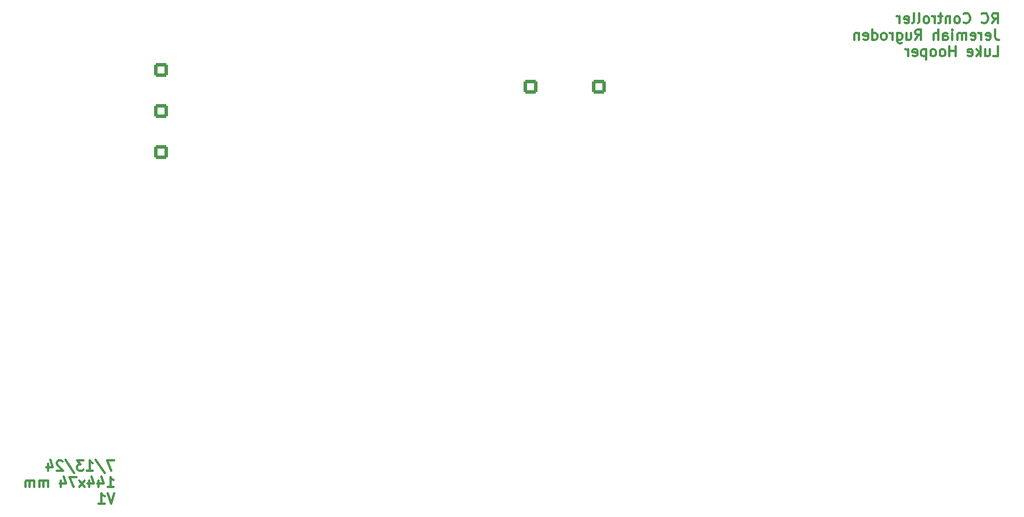
<source format=gbo>
%TF.GenerationSoftware,KiCad,Pcbnew,8.0.3*%
%TF.CreationDate,2024-07-14T00:03:07-05:00*%
%TF.ProjectId,Controller,436f6e74-726f-46c6-9c65-722e6b696361,rev?*%
%TF.SameCoordinates,Original*%
%TF.FileFunction,Legend,Bot*%
%TF.FilePolarity,Positive*%
%FSLAX46Y46*%
G04 Gerber Fmt 4.6, Leading zero omitted, Abs format (unit mm)*
G04 Created by KiCad (PCBNEW 8.0.3) date 2024-07-14 00:03:07*
%MOMM*%
%LPD*%
G01*
G04 APERTURE LIST*
G04 Aperture macros list*
%AMRoundRect*
0 Rectangle with rounded corners*
0 $1 Rounding radius*
0 $2 $3 $4 $5 $6 $7 $8 $9 X,Y pos of 4 corners*
0 Add a 4 corners polygon primitive as box body*
4,1,4,$2,$3,$4,$5,$6,$7,$8,$9,$2,$3,0*
0 Add four circle primitives for the rounded corners*
1,1,$1+$1,$2,$3*
1,1,$1+$1,$4,$5*
1,1,$1+$1,$6,$7*
1,1,$1+$1,$8,$9*
0 Add four rect primitives between the rounded corners*
20,1,$1+$1,$2,$3,$4,$5,0*
20,1,$1+$1,$4,$5,$6,$7,0*
20,1,$1+$1,$6,$7,$8,$9,0*
20,1,$1+$1,$8,$9,$2,$3,0*%
G04 Aperture macros list end*
%ADD10C,0.300000*%
%ADD11C,2.000000*%
%ADD12C,1.600000*%
%ADD13O,1.600000X1.600000*%
%ADD14RoundRect,0.250001X-0.799999X-0.799999X0.799999X-0.799999X0.799999X0.799999X-0.799999X0.799999X0*%
%ADD15R,1.700000X1.700000*%
%ADD16C,1.700000*%
%ADD17R,1.600000X1.600000*%
%ADD18C,4.300000*%
%ADD19R,1.800000X1.800000*%
%ADD20O,1.800000X1.800000*%
%ADD21RoundRect,0.250001X-0.799999X0.799999X-0.799999X-0.799999X0.799999X-0.799999X0.799999X0.799999X0*%
%ADD22O,1.100000X1.700000*%
G04 APERTURE END LIST*
D10*
X56588346Y-104680828D02*
X55588346Y-104680828D01*
X55588346Y-104680828D02*
X56231203Y-106180828D01*
X53945489Y-104609400D02*
X55231203Y-106537971D01*
X52659774Y-106180828D02*
X53516917Y-106180828D01*
X53088346Y-106180828D02*
X53088346Y-104680828D01*
X53088346Y-104680828D02*
X53231203Y-104895114D01*
X53231203Y-104895114D02*
X53374060Y-105037971D01*
X53374060Y-105037971D02*
X53516917Y-105109400D01*
X52159775Y-104680828D02*
X51231203Y-104680828D01*
X51231203Y-104680828D02*
X51731203Y-105252257D01*
X51731203Y-105252257D02*
X51516918Y-105252257D01*
X51516918Y-105252257D02*
X51374061Y-105323685D01*
X51374061Y-105323685D02*
X51302632Y-105395114D01*
X51302632Y-105395114D02*
X51231203Y-105537971D01*
X51231203Y-105537971D02*
X51231203Y-105895114D01*
X51231203Y-105895114D02*
X51302632Y-106037971D01*
X51302632Y-106037971D02*
X51374061Y-106109400D01*
X51374061Y-106109400D02*
X51516918Y-106180828D01*
X51516918Y-106180828D02*
X51945489Y-106180828D01*
X51945489Y-106180828D02*
X52088346Y-106109400D01*
X52088346Y-106109400D02*
X52159775Y-106037971D01*
X49516918Y-104609400D02*
X50802632Y-106537971D01*
X49088346Y-104823685D02*
X49016918Y-104752257D01*
X49016918Y-104752257D02*
X48874061Y-104680828D01*
X48874061Y-104680828D02*
X48516918Y-104680828D01*
X48516918Y-104680828D02*
X48374061Y-104752257D01*
X48374061Y-104752257D02*
X48302632Y-104823685D01*
X48302632Y-104823685D02*
X48231203Y-104966542D01*
X48231203Y-104966542D02*
X48231203Y-105109400D01*
X48231203Y-105109400D02*
X48302632Y-105323685D01*
X48302632Y-105323685D02*
X49159775Y-106180828D01*
X49159775Y-106180828D02*
X48231203Y-106180828D01*
X46945490Y-105180828D02*
X46945490Y-106180828D01*
X47302632Y-104609400D02*
X47659775Y-105680828D01*
X47659775Y-105680828D02*
X46731204Y-105680828D01*
X55659774Y-108595744D02*
X56516917Y-108595744D01*
X56088346Y-108595744D02*
X56088346Y-107095744D01*
X56088346Y-107095744D02*
X56231203Y-107310030D01*
X56231203Y-107310030D02*
X56374060Y-107452887D01*
X56374060Y-107452887D02*
X56516917Y-107524316D01*
X54374061Y-107595744D02*
X54374061Y-108595744D01*
X54731203Y-107024316D02*
X55088346Y-108095744D01*
X55088346Y-108095744D02*
X54159775Y-108095744D01*
X52945490Y-107595744D02*
X52945490Y-108595744D01*
X53302632Y-107024316D02*
X53659775Y-108095744D01*
X53659775Y-108095744D02*
X52731204Y-108095744D01*
X52302633Y-108595744D02*
X51516919Y-107595744D01*
X52302633Y-107595744D02*
X51516919Y-108595744D01*
X51088347Y-107095744D02*
X50088347Y-107095744D01*
X50088347Y-107095744D02*
X50731204Y-108595744D01*
X48874062Y-107595744D02*
X48874062Y-108595744D01*
X49231204Y-107024316D02*
X49588347Y-108095744D01*
X49588347Y-108095744D02*
X48659776Y-108095744D01*
X46945491Y-108595744D02*
X46945491Y-107595744D01*
X46945491Y-107738601D02*
X46874062Y-107667173D01*
X46874062Y-107667173D02*
X46731205Y-107595744D01*
X46731205Y-107595744D02*
X46516919Y-107595744D01*
X46516919Y-107595744D02*
X46374062Y-107667173D01*
X46374062Y-107667173D02*
X46302634Y-107810030D01*
X46302634Y-107810030D02*
X46302634Y-108595744D01*
X46302634Y-107810030D02*
X46231205Y-107667173D01*
X46231205Y-107667173D02*
X46088348Y-107595744D01*
X46088348Y-107595744D02*
X45874062Y-107595744D01*
X45874062Y-107595744D02*
X45731205Y-107667173D01*
X45731205Y-107667173D02*
X45659776Y-107810030D01*
X45659776Y-107810030D02*
X45659776Y-108595744D01*
X44945491Y-108595744D02*
X44945491Y-107595744D01*
X44945491Y-107738601D02*
X44874062Y-107667173D01*
X44874062Y-107667173D02*
X44731205Y-107595744D01*
X44731205Y-107595744D02*
X44516919Y-107595744D01*
X44516919Y-107595744D02*
X44374062Y-107667173D01*
X44374062Y-107667173D02*
X44302634Y-107810030D01*
X44302634Y-107810030D02*
X44302634Y-108595744D01*
X44302634Y-107810030D02*
X44231205Y-107667173D01*
X44231205Y-107667173D02*
X44088348Y-107595744D01*
X44088348Y-107595744D02*
X43874062Y-107595744D01*
X43874062Y-107595744D02*
X43731205Y-107667173D01*
X43731205Y-107667173D02*
X43659776Y-107810030D01*
X43659776Y-107810030D02*
X43659776Y-108595744D01*
X56659774Y-109510660D02*
X56159774Y-111010660D01*
X56159774Y-111010660D02*
X55659774Y-109510660D01*
X54374060Y-111010660D02*
X55231203Y-111010660D01*
X54802632Y-111010660D02*
X54802632Y-109510660D01*
X54802632Y-109510660D02*
X54945489Y-109724946D01*
X54945489Y-109724946D02*
X55088346Y-109867803D01*
X55088346Y-109867803D02*
X55231203Y-109939232D01*
X184963346Y-40680828D02*
X185463346Y-39966542D01*
X185820489Y-40680828D02*
X185820489Y-39180828D01*
X185820489Y-39180828D02*
X185249060Y-39180828D01*
X185249060Y-39180828D02*
X185106203Y-39252257D01*
X185106203Y-39252257D02*
X185034774Y-39323685D01*
X185034774Y-39323685D02*
X184963346Y-39466542D01*
X184963346Y-39466542D02*
X184963346Y-39680828D01*
X184963346Y-39680828D02*
X185034774Y-39823685D01*
X185034774Y-39823685D02*
X185106203Y-39895114D01*
X185106203Y-39895114D02*
X185249060Y-39966542D01*
X185249060Y-39966542D02*
X185820489Y-39966542D01*
X183463346Y-40537971D02*
X183534774Y-40609400D01*
X183534774Y-40609400D02*
X183749060Y-40680828D01*
X183749060Y-40680828D02*
X183891917Y-40680828D01*
X183891917Y-40680828D02*
X184106203Y-40609400D01*
X184106203Y-40609400D02*
X184249060Y-40466542D01*
X184249060Y-40466542D02*
X184320489Y-40323685D01*
X184320489Y-40323685D02*
X184391917Y-40037971D01*
X184391917Y-40037971D02*
X184391917Y-39823685D01*
X184391917Y-39823685D02*
X184320489Y-39537971D01*
X184320489Y-39537971D02*
X184249060Y-39395114D01*
X184249060Y-39395114D02*
X184106203Y-39252257D01*
X184106203Y-39252257D02*
X183891917Y-39180828D01*
X183891917Y-39180828D02*
X183749060Y-39180828D01*
X183749060Y-39180828D02*
X183534774Y-39252257D01*
X183534774Y-39252257D02*
X183463346Y-39323685D01*
X180820489Y-40537971D02*
X180891917Y-40609400D01*
X180891917Y-40609400D02*
X181106203Y-40680828D01*
X181106203Y-40680828D02*
X181249060Y-40680828D01*
X181249060Y-40680828D02*
X181463346Y-40609400D01*
X181463346Y-40609400D02*
X181606203Y-40466542D01*
X181606203Y-40466542D02*
X181677632Y-40323685D01*
X181677632Y-40323685D02*
X181749060Y-40037971D01*
X181749060Y-40037971D02*
X181749060Y-39823685D01*
X181749060Y-39823685D02*
X181677632Y-39537971D01*
X181677632Y-39537971D02*
X181606203Y-39395114D01*
X181606203Y-39395114D02*
X181463346Y-39252257D01*
X181463346Y-39252257D02*
X181249060Y-39180828D01*
X181249060Y-39180828D02*
X181106203Y-39180828D01*
X181106203Y-39180828D02*
X180891917Y-39252257D01*
X180891917Y-39252257D02*
X180820489Y-39323685D01*
X179963346Y-40680828D02*
X180106203Y-40609400D01*
X180106203Y-40609400D02*
X180177632Y-40537971D01*
X180177632Y-40537971D02*
X180249060Y-40395114D01*
X180249060Y-40395114D02*
X180249060Y-39966542D01*
X180249060Y-39966542D02*
X180177632Y-39823685D01*
X180177632Y-39823685D02*
X180106203Y-39752257D01*
X180106203Y-39752257D02*
X179963346Y-39680828D01*
X179963346Y-39680828D02*
X179749060Y-39680828D01*
X179749060Y-39680828D02*
X179606203Y-39752257D01*
X179606203Y-39752257D02*
X179534775Y-39823685D01*
X179534775Y-39823685D02*
X179463346Y-39966542D01*
X179463346Y-39966542D02*
X179463346Y-40395114D01*
X179463346Y-40395114D02*
X179534775Y-40537971D01*
X179534775Y-40537971D02*
X179606203Y-40609400D01*
X179606203Y-40609400D02*
X179749060Y-40680828D01*
X179749060Y-40680828D02*
X179963346Y-40680828D01*
X178820489Y-39680828D02*
X178820489Y-40680828D01*
X178820489Y-39823685D02*
X178749060Y-39752257D01*
X178749060Y-39752257D02*
X178606203Y-39680828D01*
X178606203Y-39680828D02*
X178391917Y-39680828D01*
X178391917Y-39680828D02*
X178249060Y-39752257D01*
X178249060Y-39752257D02*
X178177632Y-39895114D01*
X178177632Y-39895114D02*
X178177632Y-40680828D01*
X177677631Y-39680828D02*
X177106203Y-39680828D01*
X177463346Y-39180828D02*
X177463346Y-40466542D01*
X177463346Y-40466542D02*
X177391917Y-40609400D01*
X177391917Y-40609400D02*
X177249060Y-40680828D01*
X177249060Y-40680828D02*
X177106203Y-40680828D01*
X176606203Y-40680828D02*
X176606203Y-39680828D01*
X176606203Y-39966542D02*
X176534774Y-39823685D01*
X176534774Y-39823685D02*
X176463346Y-39752257D01*
X176463346Y-39752257D02*
X176320488Y-39680828D01*
X176320488Y-39680828D02*
X176177631Y-39680828D01*
X175463346Y-40680828D02*
X175606203Y-40609400D01*
X175606203Y-40609400D02*
X175677632Y-40537971D01*
X175677632Y-40537971D02*
X175749060Y-40395114D01*
X175749060Y-40395114D02*
X175749060Y-39966542D01*
X175749060Y-39966542D02*
X175677632Y-39823685D01*
X175677632Y-39823685D02*
X175606203Y-39752257D01*
X175606203Y-39752257D02*
X175463346Y-39680828D01*
X175463346Y-39680828D02*
X175249060Y-39680828D01*
X175249060Y-39680828D02*
X175106203Y-39752257D01*
X175106203Y-39752257D02*
X175034775Y-39823685D01*
X175034775Y-39823685D02*
X174963346Y-39966542D01*
X174963346Y-39966542D02*
X174963346Y-40395114D01*
X174963346Y-40395114D02*
X175034775Y-40537971D01*
X175034775Y-40537971D02*
X175106203Y-40609400D01*
X175106203Y-40609400D02*
X175249060Y-40680828D01*
X175249060Y-40680828D02*
X175463346Y-40680828D01*
X174106203Y-40680828D02*
X174249060Y-40609400D01*
X174249060Y-40609400D02*
X174320489Y-40466542D01*
X174320489Y-40466542D02*
X174320489Y-39180828D01*
X173320489Y-40680828D02*
X173463346Y-40609400D01*
X173463346Y-40609400D02*
X173534775Y-40466542D01*
X173534775Y-40466542D02*
X173534775Y-39180828D01*
X172177632Y-40609400D02*
X172320489Y-40680828D01*
X172320489Y-40680828D02*
X172606204Y-40680828D01*
X172606204Y-40680828D02*
X172749061Y-40609400D01*
X172749061Y-40609400D02*
X172820489Y-40466542D01*
X172820489Y-40466542D02*
X172820489Y-39895114D01*
X172820489Y-39895114D02*
X172749061Y-39752257D01*
X172749061Y-39752257D02*
X172606204Y-39680828D01*
X172606204Y-39680828D02*
X172320489Y-39680828D01*
X172320489Y-39680828D02*
X172177632Y-39752257D01*
X172177632Y-39752257D02*
X172106204Y-39895114D01*
X172106204Y-39895114D02*
X172106204Y-40037971D01*
X172106204Y-40037971D02*
X172820489Y-40180828D01*
X171463347Y-40680828D02*
X171463347Y-39680828D01*
X171463347Y-39966542D02*
X171391918Y-39823685D01*
X171391918Y-39823685D02*
X171320490Y-39752257D01*
X171320490Y-39752257D02*
X171177632Y-39680828D01*
X171177632Y-39680828D02*
X171034775Y-39680828D01*
X185391917Y-41595744D02*
X185391917Y-42667173D01*
X185391917Y-42667173D02*
X185463346Y-42881458D01*
X185463346Y-42881458D02*
X185606203Y-43024316D01*
X185606203Y-43024316D02*
X185820489Y-43095744D01*
X185820489Y-43095744D02*
X185963346Y-43095744D01*
X184106203Y-43024316D02*
X184249060Y-43095744D01*
X184249060Y-43095744D02*
X184534775Y-43095744D01*
X184534775Y-43095744D02*
X184677632Y-43024316D01*
X184677632Y-43024316D02*
X184749060Y-42881458D01*
X184749060Y-42881458D02*
X184749060Y-42310030D01*
X184749060Y-42310030D02*
X184677632Y-42167173D01*
X184677632Y-42167173D02*
X184534775Y-42095744D01*
X184534775Y-42095744D02*
X184249060Y-42095744D01*
X184249060Y-42095744D02*
X184106203Y-42167173D01*
X184106203Y-42167173D02*
X184034775Y-42310030D01*
X184034775Y-42310030D02*
X184034775Y-42452887D01*
X184034775Y-42452887D02*
X184749060Y-42595744D01*
X183391918Y-43095744D02*
X183391918Y-42095744D01*
X183391918Y-42381458D02*
X183320489Y-42238601D01*
X183320489Y-42238601D02*
X183249061Y-42167173D01*
X183249061Y-42167173D02*
X183106203Y-42095744D01*
X183106203Y-42095744D02*
X182963346Y-42095744D01*
X181891918Y-43024316D02*
X182034775Y-43095744D01*
X182034775Y-43095744D02*
X182320490Y-43095744D01*
X182320490Y-43095744D02*
X182463347Y-43024316D01*
X182463347Y-43024316D02*
X182534775Y-42881458D01*
X182534775Y-42881458D02*
X182534775Y-42310030D01*
X182534775Y-42310030D02*
X182463347Y-42167173D01*
X182463347Y-42167173D02*
X182320490Y-42095744D01*
X182320490Y-42095744D02*
X182034775Y-42095744D01*
X182034775Y-42095744D02*
X181891918Y-42167173D01*
X181891918Y-42167173D02*
X181820490Y-42310030D01*
X181820490Y-42310030D02*
X181820490Y-42452887D01*
X181820490Y-42452887D02*
X182534775Y-42595744D01*
X181177633Y-43095744D02*
X181177633Y-42095744D01*
X181177633Y-42238601D02*
X181106204Y-42167173D01*
X181106204Y-42167173D02*
X180963347Y-42095744D01*
X180963347Y-42095744D02*
X180749061Y-42095744D01*
X180749061Y-42095744D02*
X180606204Y-42167173D01*
X180606204Y-42167173D02*
X180534776Y-42310030D01*
X180534776Y-42310030D02*
X180534776Y-43095744D01*
X180534776Y-42310030D02*
X180463347Y-42167173D01*
X180463347Y-42167173D02*
X180320490Y-42095744D01*
X180320490Y-42095744D02*
X180106204Y-42095744D01*
X180106204Y-42095744D02*
X179963347Y-42167173D01*
X179963347Y-42167173D02*
X179891918Y-42310030D01*
X179891918Y-42310030D02*
X179891918Y-43095744D01*
X179177633Y-43095744D02*
X179177633Y-42095744D01*
X179177633Y-41595744D02*
X179249061Y-41667173D01*
X179249061Y-41667173D02*
X179177633Y-41738601D01*
X179177633Y-41738601D02*
X179106204Y-41667173D01*
X179106204Y-41667173D02*
X179177633Y-41595744D01*
X179177633Y-41595744D02*
X179177633Y-41738601D01*
X177820490Y-43095744D02*
X177820490Y-42310030D01*
X177820490Y-42310030D02*
X177891918Y-42167173D01*
X177891918Y-42167173D02*
X178034775Y-42095744D01*
X178034775Y-42095744D02*
X178320490Y-42095744D01*
X178320490Y-42095744D02*
X178463347Y-42167173D01*
X177820490Y-43024316D02*
X177963347Y-43095744D01*
X177963347Y-43095744D02*
X178320490Y-43095744D01*
X178320490Y-43095744D02*
X178463347Y-43024316D01*
X178463347Y-43024316D02*
X178534775Y-42881458D01*
X178534775Y-42881458D02*
X178534775Y-42738601D01*
X178534775Y-42738601D02*
X178463347Y-42595744D01*
X178463347Y-42595744D02*
X178320490Y-42524316D01*
X178320490Y-42524316D02*
X177963347Y-42524316D01*
X177963347Y-42524316D02*
X177820490Y-42452887D01*
X177106204Y-43095744D02*
X177106204Y-41595744D01*
X176463347Y-43095744D02*
X176463347Y-42310030D01*
X176463347Y-42310030D02*
X176534775Y-42167173D01*
X176534775Y-42167173D02*
X176677632Y-42095744D01*
X176677632Y-42095744D02*
X176891918Y-42095744D01*
X176891918Y-42095744D02*
X177034775Y-42167173D01*
X177034775Y-42167173D02*
X177106204Y-42238601D01*
X173749061Y-43095744D02*
X174249061Y-42381458D01*
X174606204Y-43095744D02*
X174606204Y-41595744D01*
X174606204Y-41595744D02*
X174034775Y-41595744D01*
X174034775Y-41595744D02*
X173891918Y-41667173D01*
X173891918Y-41667173D02*
X173820489Y-41738601D01*
X173820489Y-41738601D02*
X173749061Y-41881458D01*
X173749061Y-41881458D02*
X173749061Y-42095744D01*
X173749061Y-42095744D02*
X173820489Y-42238601D01*
X173820489Y-42238601D02*
X173891918Y-42310030D01*
X173891918Y-42310030D02*
X174034775Y-42381458D01*
X174034775Y-42381458D02*
X174606204Y-42381458D01*
X172463347Y-42095744D02*
X172463347Y-43095744D01*
X173106204Y-42095744D02*
X173106204Y-42881458D01*
X173106204Y-42881458D02*
X173034775Y-43024316D01*
X173034775Y-43024316D02*
X172891918Y-43095744D01*
X172891918Y-43095744D02*
X172677632Y-43095744D01*
X172677632Y-43095744D02*
X172534775Y-43024316D01*
X172534775Y-43024316D02*
X172463347Y-42952887D01*
X171106204Y-42095744D02*
X171106204Y-43310030D01*
X171106204Y-43310030D02*
X171177632Y-43452887D01*
X171177632Y-43452887D02*
X171249061Y-43524316D01*
X171249061Y-43524316D02*
X171391918Y-43595744D01*
X171391918Y-43595744D02*
X171606204Y-43595744D01*
X171606204Y-43595744D02*
X171749061Y-43524316D01*
X171106204Y-43024316D02*
X171249061Y-43095744D01*
X171249061Y-43095744D02*
X171534775Y-43095744D01*
X171534775Y-43095744D02*
X171677632Y-43024316D01*
X171677632Y-43024316D02*
X171749061Y-42952887D01*
X171749061Y-42952887D02*
X171820489Y-42810030D01*
X171820489Y-42810030D02*
X171820489Y-42381458D01*
X171820489Y-42381458D02*
X171749061Y-42238601D01*
X171749061Y-42238601D02*
X171677632Y-42167173D01*
X171677632Y-42167173D02*
X171534775Y-42095744D01*
X171534775Y-42095744D02*
X171249061Y-42095744D01*
X171249061Y-42095744D02*
X171106204Y-42167173D01*
X170391918Y-43095744D02*
X170391918Y-42095744D01*
X170391918Y-42381458D02*
X170320489Y-42238601D01*
X170320489Y-42238601D02*
X170249061Y-42167173D01*
X170249061Y-42167173D02*
X170106203Y-42095744D01*
X170106203Y-42095744D02*
X169963346Y-42095744D01*
X169249061Y-43095744D02*
X169391918Y-43024316D01*
X169391918Y-43024316D02*
X169463347Y-42952887D01*
X169463347Y-42952887D02*
X169534775Y-42810030D01*
X169534775Y-42810030D02*
X169534775Y-42381458D01*
X169534775Y-42381458D02*
X169463347Y-42238601D01*
X169463347Y-42238601D02*
X169391918Y-42167173D01*
X169391918Y-42167173D02*
X169249061Y-42095744D01*
X169249061Y-42095744D02*
X169034775Y-42095744D01*
X169034775Y-42095744D02*
X168891918Y-42167173D01*
X168891918Y-42167173D02*
X168820490Y-42238601D01*
X168820490Y-42238601D02*
X168749061Y-42381458D01*
X168749061Y-42381458D02*
X168749061Y-42810030D01*
X168749061Y-42810030D02*
X168820490Y-42952887D01*
X168820490Y-42952887D02*
X168891918Y-43024316D01*
X168891918Y-43024316D02*
X169034775Y-43095744D01*
X169034775Y-43095744D02*
X169249061Y-43095744D01*
X167463347Y-43095744D02*
X167463347Y-41595744D01*
X167463347Y-43024316D02*
X167606204Y-43095744D01*
X167606204Y-43095744D02*
X167891918Y-43095744D01*
X167891918Y-43095744D02*
X168034775Y-43024316D01*
X168034775Y-43024316D02*
X168106204Y-42952887D01*
X168106204Y-42952887D02*
X168177632Y-42810030D01*
X168177632Y-42810030D02*
X168177632Y-42381458D01*
X168177632Y-42381458D02*
X168106204Y-42238601D01*
X168106204Y-42238601D02*
X168034775Y-42167173D01*
X168034775Y-42167173D02*
X167891918Y-42095744D01*
X167891918Y-42095744D02*
X167606204Y-42095744D01*
X167606204Y-42095744D02*
X167463347Y-42167173D01*
X166177632Y-43024316D02*
X166320489Y-43095744D01*
X166320489Y-43095744D02*
X166606204Y-43095744D01*
X166606204Y-43095744D02*
X166749061Y-43024316D01*
X166749061Y-43024316D02*
X166820489Y-42881458D01*
X166820489Y-42881458D02*
X166820489Y-42310030D01*
X166820489Y-42310030D02*
X166749061Y-42167173D01*
X166749061Y-42167173D02*
X166606204Y-42095744D01*
X166606204Y-42095744D02*
X166320489Y-42095744D01*
X166320489Y-42095744D02*
X166177632Y-42167173D01*
X166177632Y-42167173D02*
X166106204Y-42310030D01*
X166106204Y-42310030D02*
X166106204Y-42452887D01*
X166106204Y-42452887D02*
X166820489Y-42595744D01*
X165463347Y-42095744D02*
X165463347Y-43095744D01*
X165463347Y-42238601D02*
X165391918Y-42167173D01*
X165391918Y-42167173D02*
X165249061Y-42095744D01*
X165249061Y-42095744D02*
X165034775Y-42095744D01*
X165034775Y-42095744D02*
X164891918Y-42167173D01*
X164891918Y-42167173D02*
X164820490Y-42310030D01*
X164820490Y-42310030D02*
X164820490Y-43095744D01*
X185106203Y-45510660D02*
X185820489Y-45510660D01*
X185820489Y-45510660D02*
X185820489Y-44010660D01*
X183963346Y-44510660D02*
X183963346Y-45510660D01*
X184606203Y-44510660D02*
X184606203Y-45296374D01*
X184606203Y-45296374D02*
X184534774Y-45439232D01*
X184534774Y-45439232D02*
X184391917Y-45510660D01*
X184391917Y-45510660D02*
X184177631Y-45510660D01*
X184177631Y-45510660D02*
X184034774Y-45439232D01*
X184034774Y-45439232D02*
X183963346Y-45367803D01*
X183249060Y-45510660D02*
X183249060Y-44010660D01*
X183106203Y-44939232D02*
X182677631Y-45510660D01*
X182677631Y-44510660D02*
X183249060Y-45082089D01*
X181463345Y-45439232D02*
X181606202Y-45510660D01*
X181606202Y-45510660D02*
X181891917Y-45510660D01*
X181891917Y-45510660D02*
X182034774Y-45439232D01*
X182034774Y-45439232D02*
X182106202Y-45296374D01*
X182106202Y-45296374D02*
X182106202Y-44724946D01*
X182106202Y-44724946D02*
X182034774Y-44582089D01*
X182034774Y-44582089D02*
X181891917Y-44510660D01*
X181891917Y-44510660D02*
X181606202Y-44510660D01*
X181606202Y-44510660D02*
X181463345Y-44582089D01*
X181463345Y-44582089D02*
X181391917Y-44724946D01*
X181391917Y-44724946D02*
X181391917Y-44867803D01*
X181391917Y-44867803D02*
X182106202Y-45010660D01*
X179606203Y-45510660D02*
X179606203Y-44010660D01*
X179606203Y-44724946D02*
X178749060Y-44724946D01*
X178749060Y-45510660D02*
X178749060Y-44010660D01*
X177820488Y-45510660D02*
X177963345Y-45439232D01*
X177963345Y-45439232D02*
X178034774Y-45367803D01*
X178034774Y-45367803D02*
X178106202Y-45224946D01*
X178106202Y-45224946D02*
X178106202Y-44796374D01*
X178106202Y-44796374D02*
X178034774Y-44653517D01*
X178034774Y-44653517D02*
X177963345Y-44582089D01*
X177963345Y-44582089D02*
X177820488Y-44510660D01*
X177820488Y-44510660D02*
X177606202Y-44510660D01*
X177606202Y-44510660D02*
X177463345Y-44582089D01*
X177463345Y-44582089D02*
X177391917Y-44653517D01*
X177391917Y-44653517D02*
X177320488Y-44796374D01*
X177320488Y-44796374D02*
X177320488Y-45224946D01*
X177320488Y-45224946D02*
X177391917Y-45367803D01*
X177391917Y-45367803D02*
X177463345Y-45439232D01*
X177463345Y-45439232D02*
X177606202Y-45510660D01*
X177606202Y-45510660D02*
X177820488Y-45510660D01*
X176463345Y-45510660D02*
X176606202Y-45439232D01*
X176606202Y-45439232D02*
X176677631Y-45367803D01*
X176677631Y-45367803D02*
X176749059Y-45224946D01*
X176749059Y-45224946D02*
X176749059Y-44796374D01*
X176749059Y-44796374D02*
X176677631Y-44653517D01*
X176677631Y-44653517D02*
X176606202Y-44582089D01*
X176606202Y-44582089D02*
X176463345Y-44510660D01*
X176463345Y-44510660D02*
X176249059Y-44510660D01*
X176249059Y-44510660D02*
X176106202Y-44582089D01*
X176106202Y-44582089D02*
X176034774Y-44653517D01*
X176034774Y-44653517D02*
X175963345Y-44796374D01*
X175963345Y-44796374D02*
X175963345Y-45224946D01*
X175963345Y-45224946D02*
X176034774Y-45367803D01*
X176034774Y-45367803D02*
X176106202Y-45439232D01*
X176106202Y-45439232D02*
X176249059Y-45510660D01*
X176249059Y-45510660D02*
X176463345Y-45510660D01*
X175320488Y-44510660D02*
X175320488Y-46010660D01*
X175320488Y-44582089D02*
X175177631Y-44510660D01*
X175177631Y-44510660D02*
X174891916Y-44510660D01*
X174891916Y-44510660D02*
X174749059Y-44582089D01*
X174749059Y-44582089D02*
X174677631Y-44653517D01*
X174677631Y-44653517D02*
X174606202Y-44796374D01*
X174606202Y-44796374D02*
X174606202Y-45224946D01*
X174606202Y-45224946D02*
X174677631Y-45367803D01*
X174677631Y-45367803D02*
X174749059Y-45439232D01*
X174749059Y-45439232D02*
X174891916Y-45510660D01*
X174891916Y-45510660D02*
X175177631Y-45510660D01*
X175177631Y-45510660D02*
X175320488Y-45439232D01*
X173391916Y-45439232D02*
X173534773Y-45510660D01*
X173534773Y-45510660D02*
X173820488Y-45510660D01*
X173820488Y-45510660D02*
X173963345Y-45439232D01*
X173963345Y-45439232D02*
X174034773Y-45296374D01*
X174034773Y-45296374D02*
X174034773Y-44724946D01*
X174034773Y-44724946D02*
X173963345Y-44582089D01*
X173963345Y-44582089D02*
X173820488Y-44510660D01*
X173820488Y-44510660D02*
X173534773Y-44510660D01*
X173534773Y-44510660D02*
X173391916Y-44582089D01*
X173391916Y-44582089D02*
X173320488Y-44724946D01*
X173320488Y-44724946D02*
X173320488Y-44867803D01*
X173320488Y-44867803D02*
X174034773Y-45010660D01*
X172677631Y-45510660D02*
X172677631Y-44510660D01*
X172677631Y-44796374D02*
X172606202Y-44653517D01*
X172606202Y-44653517D02*
X172534774Y-44582089D01*
X172534774Y-44582089D02*
X172391916Y-44510660D01*
X172391916Y-44510660D02*
X172249059Y-44510660D01*
%LPC*%
D11*
%TO.C,SW7*%
X152000000Y-70000000D03*
X158000000Y-70000000D03*
%TD*%
D12*
%TO.C,R34*%
X130840000Y-75500000D03*
D13*
X141000000Y-75500000D03*
%TD*%
D12*
%TO.C,R6*%
X120500000Y-99500000D03*
D13*
X110340000Y-99500000D03*
%TD*%
D11*
%TO.C,SW3*%
X52000000Y-80000000D03*
X58000000Y-80000000D03*
%TD*%
D14*
%TO.C,J5*%
X63500000Y-53500000D03*
%TD*%
D12*
%TO.C,R24*%
X99000000Y-54500000D03*
D13*
X88840000Y-54500000D03*
%TD*%
D12*
%TO.C,FB1*%
X100000000Y-104000000D03*
X105000000Y-104000000D03*
%TD*%
D11*
%TO.C,SW10*%
X177500000Y-106500000D03*
X183500000Y-106500000D03*
%TD*%
D12*
%TO.C,R12*%
X130840000Y-57500000D03*
D13*
X141000000Y-57500000D03*
%TD*%
D12*
%TO.C,R27*%
X99000000Y-93500000D03*
D13*
X88840000Y-93500000D03*
%TD*%
D12*
%TO.C,R10*%
X130840000Y-51500000D03*
D13*
X141000000Y-51500000D03*
%TD*%
D15*
%TO.C,U7*%
X117669500Y-71719500D03*
D16*
X120209500Y-71719500D03*
X122749500Y-71719500D03*
X125289500Y-71719500D03*
X127829500Y-71719500D03*
X127829500Y-56479500D03*
X125289500Y-56479500D03*
X122749500Y-56479500D03*
X120209500Y-56479500D03*
X117669500Y-56479500D03*
%TD*%
D12*
%TO.C,R7*%
X75500000Y-101000000D03*
D13*
X65340000Y-101000000D03*
%TD*%
D15*
%TO.C,U1*%
X71880000Y-43040000D03*
D16*
X71880000Y-40500000D03*
X74420000Y-43040000D03*
X74420000Y-40500000D03*
X76960000Y-43040000D03*
X76960000Y-40500000D03*
X79500000Y-43040000D03*
X79500000Y-40500000D03*
%TD*%
D12*
%TO.C,R33*%
X99000000Y-75500000D03*
D13*
X88840000Y-75500000D03*
%TD*%
D12*
%TO.C,R3*%
X46340000Y-72000000D03*
D13*
X56500000Y-72000000D03*
%TD*%
D15*
%TO.C,U10*%
X117669500Y-93519500D03*
D16*
X120209500Y-93519500D03*
X122749500Y-93519500D03*
X125289500Y-93519500D03*
X127829500Y-93519500D03*
X127829500Y-78279500D03*
X125289500Y-78279500D03*
X122749500Y-78279500D03*
X120209500Y-78279500D03*
X117669500Y-78279500D03*
%TD*%
D14*
%TO.C,J1*%
X63500000Y-47500000D03*
%TD*%
D17*
%TO.C,U3*%
X145500000Y-46760000D03*
D13*
X145500000Y-49300000D03*
X145500000Y-51840000D03*
X145500000Y-54380000D03*
X145500000Y-56920000D03*
X145500000Y-59460000D03*
X145500000Y-62000000D03*
X145500000Y-64540000D03*
X153120000Y-64540000D03*
X153120000Y-62000000D03*
X153120000Y-59460000D03*
X153120000Y-56920000D03*
X153120000Y-54380000D03*
X153120000Y-51840000D03*
X153120000Y-49300000D03*
X153120000Y-46760000D03*
%TD*%
D12*
%TO.C,R29*%
X99000000Y-87500000D03*
D13*
X88840000Y-87500000D03*
%TD*%
D17*
%TO.C,A1*%
X170580000Y-95260000D03*
D13*
X168040000Y-95260000D03*
X165500000Y-95260000D03*
X162960000Y-95260000D03*
X160420000Y-95260000D03*
X157880000Y-95260000D03*
X155340000Y-95260000D03*
X152800000Y-95260000D03*
X150260000Y-95260000D03*
X147720000Y-95260000D03*
X145180000Y-95260000D03*
X142640000Y-95260000D03*
X140100000Y-95260000D03*
X137560000Y-95260000D03*
X135020000Y-95260000D03*
X135020000Y-110500000D03*
X137560000Y-110500000D03*
X140100000Y-110500000D03*
X142640000Y-110500000D03*
X145180000Y-110500000D03*
X147720000Y-110500000D03*
X150260000Y-110500000D03*
X152800000Y-110500000D03*
X155340000Y-110500000D03*
X157880000Y-110500000D03*
X160420000Y-110500000D03*
X162960000Y-110500000D03*
X165500000Y-110500000D03*
X168040000Y-110500000D03*
X170580000Y-110500000D03*
%TD*%
D12*
%TO.C,C2*%
X156000000Y-47500000D03*
X161000000Y-47500000D03*
%TD*%
%TO.C,R13*%
X130840000Y-60500000D03*
D13*
X141000000Y-60500000D03*
%TD*%
D18*
%TO.C,H1*%
X50000000Y-50000000D03*
%TD*%
D17*
%TO.C,C1*%
X162500000Y-57500000D03*
D12*
X164500000Y-57500000D03*
%TD*%
D11*
%TO.C,SW9*%
X172000000Y-85000000D03*
X178000000Y-85000000D03*
%TD*%
D19*
%TO.C,D5*%
X68455000Y-48500000D03*
D20*
X70995000Y-48500000D03*
%TD*%
D12*
%TO.C,R19*%
X99000000Y-69500000D03*
D13*
X88840000Y-69500000D03*
%TD*%
D11*
%TO.C,SW6*%
X172000000Y-70000000D03*
X178000000Y-70000000D03*
%TD*%
D12*
%TO.C,R1*%
X46340000Y-60400000D03*
D13*
X56500000Y-60400000D03*
%TD*%
D12*
%TO.C,R28*%
X99000000Y-90500000D03*
D13*
X88840000Y-90500000D03*
%TD*%
D12*
%TO.C,R39*%
X130840000Y-90500000D03*
D13*
X141000000Y-90500000D03*
%TD*%
D12*
%TO.C,R9*%
X68000000Y-52420000D03*
D13*
X68000000Y-62580000D03*
%TD*%
D11*
%TO.C,SW2*%
X62000000Y-70000000D03*
X68000000Y-70000000D03*
%TD*%
D12*
%TO.C,R26*%
X99000000Y-96500000D03*
D13*
X88840000Y-96500000D03*
%TD*%
D18*
%TO.C,H2*%
X180000000Y-50000000D03*
%TD*%
D12*
%TO.C,R15*%
X130840000Y-66500000D03*
D13*
X141000000Y-66500000D03*
%TD*%
D12*
%TO.C,R38*%
X130840000Y-87500000D03*
D13*
X141000000Y-87500000D03*
%TD*%
D12*
%TO.C,R16*%
X130840000Y-69500000D03*
D13*
X141000000Y-69500000D03*
%TD*%
D12*
%TO.C,R5*%
X74340000Y-52550000D03*
D13*
X84500000Y-52550000D03*
%TD*%
D12*
%TO.C,R36*%
X130840000Y-81500000D03*
D13*
X141000000Y-81500000D03*
%TD*%
D12*
%TO.C,R22*%
X99000000Y-60500000D03*
D13*
X88840000Y-60500000D03*
%TD*%
D18*
%TO.C,H3*%
X50000000Y-95000000D03*
%TD*%
D17*
%TO.C,C3*%
X112000000Y-51000000D03*
D12*
X114000000Y-51000000D03*
%TD*%
D17*
%TO.C,U5*%
X86120000Y-103200000D03*
D13*
X86120000Y-100660000D03*
X86120000Y-98120000D03*
X86120000Y-95580000D03*
X86120000Y-93040000D03*
X86120000Y-90500000D03*
X86120000Y-87960000D03*
X86120000Y-85420000D03*
X78500000Y-85420000D03*
X78500000Y-87960000D03*
X78500000Y-90500000D03*
X78500000Y-93040000D03*
X78500000Y-95580000D03*
X78500000Y-98120000D03*
X78500000Y-100660000D03*
X78500000Y-103200000D03*
%TD*%
D12*
%TO.C,R2*%
X46340000Y-66000000D03*
D13*
X56500000Y-66000000D03*
%TD*%
D12*
%TO.C,R23*%
X99000000Y-57500000D03*
D13*
X88840000Y-57500000D03*
%TD*%
D21*
%TO.C,J3*%
X117500000Y-50000000D03*
%TD*%
D12*
%TO.C,R37*%
X130840000Y-84500000D03*
D13*
X141000000Y-84500000D03*
%TD*%
D12*
%TO.C,R40*%
X148000000Y-90160000D03*
D13*
X148000000Y-80000000D03*
%TD*%
D17*
%TO.C,SW1*%
X121880000Y-42500000D03*
D13*
X129500000Y-42500000D03*
%TD*%
D17*
%TO.C,U4*%
X86000000Y-74540000D03*
D13*
X86000000Y-72000000D03*
X86000000Y-69460000D03*
X86000000Y-66920000D03*
X86000000Y-64380000D03*
X86000000Y-61840000D03*
X86000000Y-59300000D03*
X86000000Y-56760000D03*
X78380000Y-56760000D03*
X78380000Y-59300000D03*
X78380000Y-61840000D03*
X78380000Y-64380000D03*
X78380000Y-66920000D03*
X78380000Y-69460000D03*
X78380000Y-72000000D03*
X78380000Y-74540000D03*
%TD*%
D15*
%TO.C,U8*%
X102169500Y-71719500D03*
D16*
X104709500Y-71719500D03*
X107249500Y-71719500D03*
X109789500Y-71719500D03*
X112329500Y-71719500D03*
X112329500Y-56479500D03*
X109789500Y-56479500D03*
X107249500Y-56479500D03*
X104709500Y-56479500D03*
X102169500Y-56479500D03*
%TD*%
D22*
%TO.C,P1*%
X110680000Y-105700000D03*
X110680000Y-109500000D03*
X119320000Y-105700000D03*
X119320000Y-109500000D03*
%TD*%
D17*
%TO.C,U6*%
X161166487Y-68307747D03*
D13*
X161166487Y-70847747D03*
X161166487Y-73387747D03*
X161166487Y-75927747D03*
X161166487Y-78467747D03*
X161166487Y-81007747D03*
X161166487Y-83547747D03*
X161166487Y-86087747D03*
X168786487Y-86087747D03*
X168786487Y-83547747D03*
X168786487Y-81007747D03*
X168786487Y-78467747D03*
X168786487Y-75927747D03*
X168786487Y-73387747D03*
X168786487Y-70847747D03*
X168786487Y-68307747D03*
%TD*%
D19*
%TO.C,D1*%
X124500000Y-106000000D03*
D20*
X124500000Y-108540000D03*
%TD*%
D11*
%TO.C,SW4*%
X62000000Y-90000000D03*
X68000000Y-90000000D03*
%TD*%
D14*
%TO.C,J2*%
X63500000Y-59500000D03*
%TD*%
D12*
%TO.C,R20*%
X99000000Y-66500000D03*
D13*
X88840000Y-66500000D03*
%TD*%
D12*
%TO.C,R35*%
X130840000Y-78500000D03*
D13*
X141000000Y-78500000D03*
%TD*%
D19*
%TO.C,D4*%
X63350000Y-41000000D03*
D20*
X50650000Y-41000000D03*
%TD*%
D12*
%TO.C,R21*%
X99000000Y-63500000D03*
D13*
X88840000Y-63500000D03*
%TD*%
D12*
%TO.C,R32*%
X99000000Y-78500000D03*
D13*
X88840000Y-78500000D03*
%TD*%
D12*
%TO.C,R31*%
X99000000Y-81500000D03*
D13*
X88840000Y-81500000D03*
%TD*%
D12*
%TO.C,R14*%
X130840000Y-63500000D03*
D13*
X141000000Y-63500000D03*
%TD*%
D18*
%TO.C,H4*%
X180000000Y-95000000D03*
%TD*%
D19*
%TO.C,D2*%
X109850000Y-47500000D03*
D20*
X97150000Y-47500000D03*
%TD*%
D12*
%TO.C,R11*%
X130840000Y-54500000D03*
D13*
X141000000Y-54500000D03*
%TD*%
D19*
%TO.C,D3*%
X59500000Y-52150000D03*
D20*
X59500000Y-64850000D03*
%TD*%
D12*
%TO.C,R30*%
X99000000Y-84500000D03*
D13*
X88840000Y-84500000D03*
%TD*%
D12*
%TO.C,R18*%
X99000000Y-72500000D03*
D13*
X88840000Y-72500000D03*
%TD*%
D11*
%TO.C,SW8*%
X152000000Y-85000000D03*
X158000000Y-85000000D03*
%TD*%
%TO.C,SW5*%
X72000000Y-80000000D03*
X78000000Y-80000000D03*
%TD*%
D12*
%TO.C,R41*%
X144000000Y-90160000D03*
D13*
X144000000Y-80000000D03*
%TD*%
D12*
%TO.C,C4*%
X100000000Y-42500000D03*
X105000000Y-42500000D03*
%TD*%
D15*
%TO.C,U9*%
X102169500Y-93519500D03*
D16*
X104709500Y-93519500D03*
X107249500Y-93519500D03*
X109789500Y-93519500D03*
X112329500Y-93519500D03*
X112329500Y-78279500D03*
X109789500Y-78279500D03*
X107249500Y-78279500D03*
X104709500Y-78279500D03*
X102169500Y-78279500D03*
%TD*%
D21*
%TO.C,J6*%
X127500000Y-50000000D03*
%TD*%
D12*
%TO.C,R17*%
X130840000Y-72500000D03*
D13*
X141000000Y-72500000D03*
%TD*%
D12*
%TO.C,R25*%
X99000000Y-51500000D03*
D13*
X88840000Y-51500000D03*
%TD*%
D12*
%TO.C,R8*%
X60420000Y-107500000D03*
D13*
X70580000Y-107500000D03*
%TD*%
D12*
%TO.C,R4*%
X74340000Y-48500000D03*
D13*
X84500000Y-48500000D03*
%TD*%
%LPD*%
M02*

</source>
